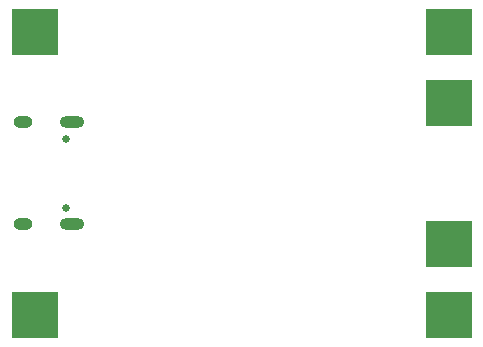
<source format=gbr>
%TF.GenerationSoftware,KiCad,Pcbnew,5.1.12-84ad8e8a86~92~ubuntu20.04.1*%
%TF.CreationDate,2023-02-19T01:27:16+01:00*%
%TF.ProjectId,tp5000_lifepo4_charger,74703530-3030-45f6-9c69-6665706f345f,rev?*%
%TF.SameCoordinates,Original*%
%TF.FileFunction,Soldermask,Bot*%
%TF.FilePolarity,Negative*%
%FSLAX46Y46*%
G04 Gerber Fmt 4.6, Leading zero omitted, Abs format (unit mm)*
G04 Created by KiCad (PCBNEW 5.1.12-84ad8e8a86~92~ubuntu20.04.1) date 2023-02-19 01:27:16*
%MOMM*%
%LPD*%
G01*
G04 APERTURE LIST*
%ADD10R,4.000000X4.000000*%
%ADD11O,1.600000X1.000000*%
%ADD12C,0.650000*%
%ADD13O,2.100000X1.000000*%
G04 APERTURE END LIST*
D10*
%TO.C,J1*%
X86000000Y-110000000D03*
%TD*%
%TO.C,J2*%
X121000000Y-134000000D03*
%TD*%
%TO.C,J3*%
X121000000Y-110000000D03*
%TD*%
%TO.C,J4*%
X86000000Y-134000000D03*
%TD*%
%TO.C,J5*%
X121000000Y-116000000D03*
%TD*%
%TO.C,J6*%
X121000000Y-128000000D03*
%TD*%
D11*
%TO.C,P1*%
X84950000Y-126320000D03*
D12*
X88600000Y-124890000D03*
D11*
X84950000Y-117680000D03*
D12*
X88600000Y-119110000D03*
D13*
X89130000Y-117680000D03*
X89130000Y-126320000D03*
%TD*%
M02*

</source>
